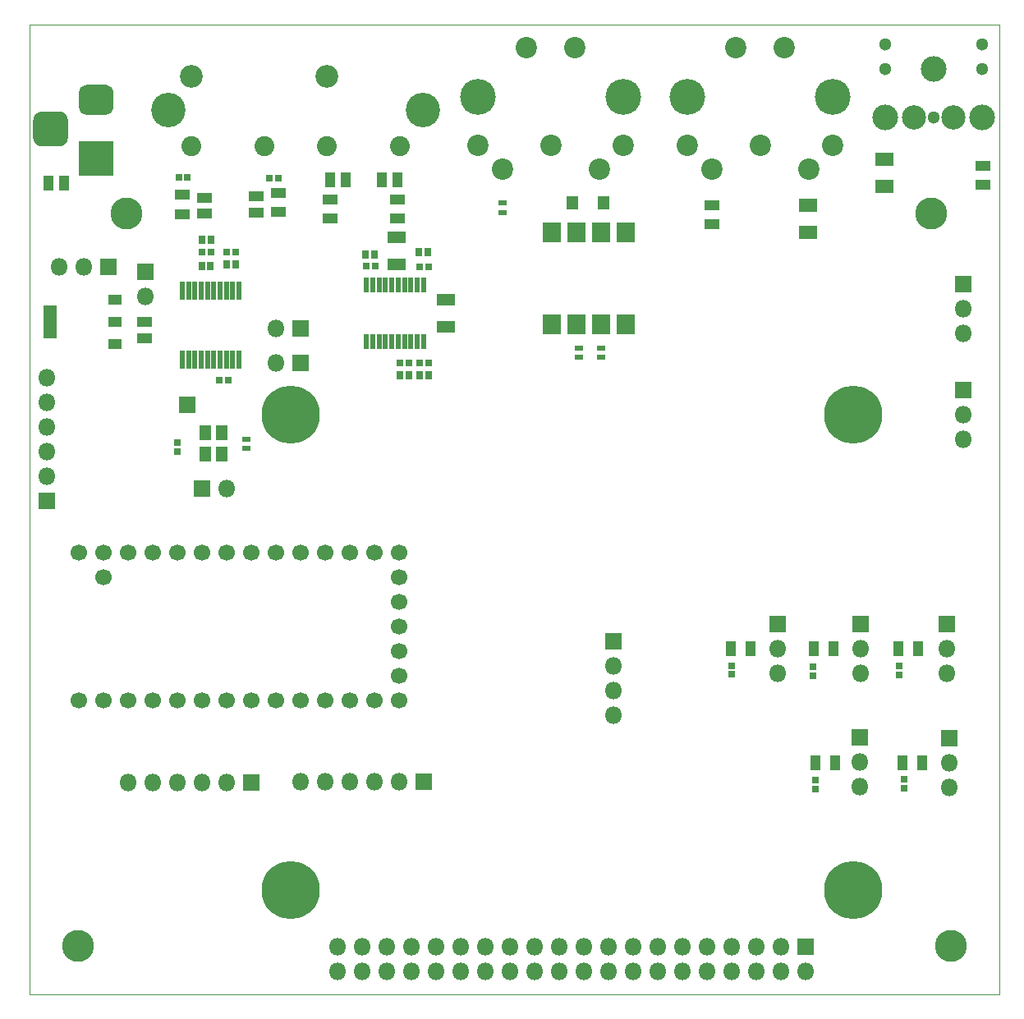
<source format=gbr>
%TF.GenerationSoftware,KiCad,Pcbnew,(5.1.6)-1*%
%TF.CreationDate,2020-12-29T15:10:31+01:00*%
%TF.ProjectId,AudioBoard,41756469-6f42-46f6-9172-642e6b696361,rev?*%
%TF.SameCoordinates,Original*%
%TF.FileFunction,Soldermask,Top*%
%TF.FilePolarity,Negative*%
%FSLAX46Y46*%
G04 Gerber Fmt 4.6, Leading zero omitted, Abs format (unit mm)*
G04 Created by KiCad (PCBNEW (5.1.6)-1) date 2020-12-29 15:10:31*
%MOMM*%
%LPD*%
G01*
G04 APERTURE LIST*
%TA.AperFunction,Profile*%
%ADD10C,0.050000*%
%TD*%
%ADD11C,6.000000*%
%ADD12C,3.300000*%
%ADD13C,1.700000*%
%ADD14R,1.800000X1.800000*%
%ADD15O,1.800000X1.800000*%
%ADD16R,3.600000X3.600000*%
%ADD17R,1.650000X1.100000*%
%ADD18R,0.900000X0.600000*%
%ADD19R,1.100000X1.650000*%
%ADD20C,3.548200*%
%ADD21C,2.350000*%
%ADD22C,2.050000*%
%ADD23R,1.880000X2.100000*%
%ADD24C,3.685000*%
%ADD25C,2.200000*%
%ADD26R,0.550000X1.900000*%
%ADD27R,0.550000X1.575000*%
%ADD28R,1.400000X3.350000*%
%ADD29R,1.400000X1.050000*%
%ADD30R,1.220000X1.320000*%
%ADD31R,1.010000X1.490000*%
%ADD32R,1.920000X1.150000*%
%ADD33R,1.530000X1.040000*%
%ADD34R,1.040000X1.530000*%
%ADD35R,1.850000X1.350000*%
%ADD36R,0.790000X0.820000*%
%ADD37R,0.720000X0.740000*%
%ADD38R,0.700000X0.720000*%
%ADD39R,0.720000X0.700000*%
%ADD40R,0.740000X0.720000*%
%ADD41C,2.650000*%
%ADD42C,2.500000*%
%ADD43C,1.300000*%
%ADD44R,1.300000X1.500000*%
G04 APERTURE END LIST*
D10*
X50000000Y-150000000D02*
X50000000Y-50000000D01*
X50000000Y-50000000D02*
X150000000Y-50000000D01*
X150000000Y-150000000D02*
X50000000Y-150000000D01*
X150000000Y-50000000D02*
X150000000Y-150000000D01*
D11*
%TO.C,REF\u002A\u002A*%
X76962000Y-139192000D03*
X134962000Y-90192000D03*
X76962000Y-90192000D03*
X134962000Y-139192000D03*
%TD*%
D12*
%TO.C,REF\u002A\u002A*%
X143000000Y-69500000D03*
%TD*%
%TO.C,REF\u002A\u002A*%
X60000000Y-69500000D03*
%TD*%
%TO.C,REF\u002A\u002A*%
X145000000Y-145000000D03*
%TD*%
%TO.C,REF\u002A\u002A*%
X55000000Y-145000000D03*
%TD*%
D13*
%TO.C,U1*%
X55118000Y-119634000D03*
X57658000Y-119634000D03*
X60198000Y-119634000D03*
X62738000Y-119634000D03*
X65278000Y-119634000D03*
X67818000Y-119634000D03*
X70358000Y-119634000D03*
X72898000Y-119634000D03*
X75438000Y-119634000D03*
X77978000Y-119634000D03*
X80518000Y-119634000D03*
X83058000Y-119634000D03*
X85598000Y-119634000D03*
X57658000Y-106934000D03*
X55118000Y-104394000D03*
X57658000Y-104394000D03*
X60198000Y-104394000D03*
X62738000Y-104394000D03*
X65278000Y-104394000D03*
X67818000Y-104394000D03*
X70358000Y-104394000D03*
X72898000Y-104394000D03*
X75438000Y-104394000D03*
X77978000Y-104394000D03*
X80518000Y-104394000D03*
X83058000Y-104394000D03*
X85598000Y-104394000D03*
X88138000Y-119634000D03*
X88138000Y-117094000D03*
X88138000Y-114554000D03*
X88138000Y-104394000D03*
X88138000Y-106934000D03*
X88138000Y-109474000D03*
X88138000Y-112014000D03*
%TD*%
D14*
%TO.C,JP1*%
X58166000Y-74930000D03*
D15*
X55626000Y-74930000D03*
X53086000Y-74930000D03*
%TD*%
%TO.C,J5*%
G36*
G01*
X51296000Y-58954000D02*
X53096000Y-58954000D01*
G75*
G02*
X53996000Y-59854000I0J-900000D01*
G01*
X53996000Y-61654000D01*
G75*
G02*
X53096000Y-62554000I-900000J0D01*
G01*
X51296000Y-62554000D01*
G75*
G02*
X50396000Y-61654000I0J900000D01*
G01*
X50396000Y-59854000D01*
G75*
G02*
X51296000Y-58954000I900000J0D01*
G01*
G37*
G36*
G01*
X55871000Y-56204000D02*
X57921000Y-56204000D01*
G75*
G02*
X58696000Y-56979000I0J-775000D01*
G01*
X58696000Y-58529000D01*
G75*
G02*
X57921000Y-59304000I-775000J0D01*
G01*
X55871000Y-59304000D01*
G75*
G02*
X55096000Y-58529000I0J775000D01*
G01*
X55096000Y-56979000D01*
G75*
G02*
X55871000Y-56204000I775000J0D01*
G01*
G37*
D16*
X56896000Y-63754000D03*
%TD*%
D17*
%TO.C,R15*%
X81000000Y-68000000D03*
X81000000Y-70000000D03*
%TD*%
%TO.C,R14*%
X88000000Y-68000000D03*
X88000000Y-70000000D03*
%TD*%
%TO.C,R13*%
X75692000Y-69326000D03*
X75692000Y-67326000D03*
%TD*%
%TO.C,R12*%
X65762000Y-69529200D03*
X65762000Y-67529200D03*
%TD*%
D18*
%TO.C,R9*%
X106680000Y-83312000D03*
X106680000Y-84312000D03*
%TD*%
%TO.C,R8*%
X108966000Y-84320000D03*
X108966000Y-83320000D03*
%TD*%
%TO.C,R7*%
X98806000Y-69342000D03*
X98806000Y-68342000D03*
%TD*%
D19*
%TO.C,R5*%
X141637500Y-114300000D03*
X139637500Y-114300000D03*
%TD*%
%TO.C,R4*%
X142048500Y-126107200D03*
X140048500Y-126107200D03*
%TD*%
%TO.C,R3*%
X132904500Y-114300000D03*
X130904500Y-114300000D03*
%TD*%
%TO.C,R2*%
X133080000Y-126107200D03*
X131080000Y-126107200D03*
%TD*%
%TO.C,R1*%
X124365500Y-114300000D03*
X122365500Y-114300000D03*
%TD*%
D20*
%TO.C,J15*%
X90620000Y-58796000D03*
X64320000Y-58796000D03*
D21*
X66720000Y-55296000D03*
X80720000Y-55296000D03*
D22*
X66720000Y-62546000D03*
X74220000Y-62546000D03*
X80720000Y-62546000D03*
X88220000Y-62546000D03*
%TD*%
D23*
%TO.C,U2*%
X111506000Y-80904000D03*
X103886000Y-71374000D03*
X108966000Y-80904000D03*
X106426000Y-71374000D03*
X106426000Y-80904000D03*
X108966000Y-71374000D03*
X103886000Y-80904000D03*
X111506000Y-71374000D03*
%TD*%
D15*
%TO.C,JP4*%
X61976000Y-77978000D03*
D14*
X61976000Y-75438000D03*
%TD*%
D15*
%TO.C,JP3*%
X75438000Y-84836000D03*
D14*
X77978000Y-84836000D03*
%TD*%
D15*
%TO.C,JP2*%
X75438000Y-81280000D03*
D14*
X77978000Y-81280000D03*
%TD*%
D24*
%TO.C,J14*%
X132866000Y-57404000D03*
X117856000Y-57404000D03*
D25*
X127861000Y-52404000D03*
X122861000Y-52404000D03*
X130366000Y-64904000D03*
X120356000Y-64904000D03*
X132866000Y-62414000D03*
X125361000Y-62414000D03*
X117856000Y-62414000D03*
%TD*%
D24*
%TO.C,J13*%
X111276000Y-57404000D03*
X96266000Y-57404000D03*
D25*
X106271000Y-52404000D03*
X101271000Y-52404000D03*
X108776000Y-64904000D03*
X98766000Y-64904000D03*
X111276000Y-62414000D03*
X103771000Y-62414000D03*
X96266000Y-62414000D03*
%TD*%
D15*
%TO.C,J11*%
X144624000Y-116872000D03*
X144624000Y-114332000D03*
D14*
X144624000Y-111792000D03*
%TD*%
D15*
%TO.C,J10*%
X144892000Y-128622000D03*
X144892000Y-126082000D03*
D14*
X144892000Y-123542000D03*
%TD*%
D15*
%TO.C,J9*%
X135748000Y-116872000D03*
X135748000Y-114332000D03*
D14*
X135748000Y-111792000D03*
%TD*%
D15*
%TO.C,J8*%
X135636000Y-128524000D03*
X135636000Y-125984000D03*
D14*
X135636000Y-123444000D03*
%TD*%
D15*
%TO.C,J7*%
X127126000Y-116872000D03*
X127126000Y-114332000D03*
D14*
X127126000Y-111792000D03*
%TD*%
D15*
%TO.C,J6*%
X146304000Y-81788000D03*
X146304000Y-79248000D03*
D14*
X146304000Y-76708000D03*
%TD*%
D15*
%TO.C,J4*%
X146304000Y-92710000D03*
X146304000Y-90170000D03*
D14*
X146304000Y-87630000D03*
%TD*%
D15*
%TO.C,J3*%
X110236000Y-121158000D03*
X110236000Y-118618000D03*
X110236000Y-116078000D03*
D14*
X110236000Y-113538000D03*
%TD*%
D15*
%TO.C,J2*%
X77978000Y-128016000D03*
X80518000Y-128016000D03*
X83058000Y-128016000D03*
X85598000Y-128016000D03*
X88138000Y-128016000D03*
D14*
X90678000Y-128016000D03*
%TD*%
D15*
%TO.C,J1*%
X60198000Y-128168400D03*
X62738000Y-128168400D03*
X65278000Y-128168400D03*
X67818000Y-128168400D03*
X70358000Y-128168400D03*
D14*
X72898000Y-128168400D03*
%TD*%
D26*
%TO.C,IC3*%
X71615000Y-84525200D03*
X70965000Y-84525200D03*
X70315000Y-84525200D03*
X69665000Y-84525200D03*
X69015000Y-84525200D03*
X68365000Y-84525200D03*
X67715000Y-84525200D03*
X67065000Y-84525200D03*
X66415000Y-84525200D03*
X65765000Y-84525200D03*
X65765000Y-77425200D03*
X66415000Y-77425200D03*
X67065000Y-77425200D03*
X67715000Y-77425200D03*
X68365000Y-77425200D03*
X69015000Y-77425200D03*
X69665000Y-77425200D03*
X70315000Y-77425200D03*
X70965000Y-77425200D03*
X71615000Y-77425200D03*
%TD*%
D27*
%TO.C,IC2*%
X90631200Y-82668600D03*
X89981200Y-82668600D03*
X89331200Y-82668600D03*
X88681200Y-82668600D03*
X88031200Y-82668600D03*
X87381200Y-82668600D03*
X86731200Y-82668600D03*
X86081200Y-82668600D03*
X85431200Y-82668600D03*
X84781200Y-82668600D03*
X84781200Y-76792600D03*
X85431200Y-76792600D03*
X86081200Y-76792600D03*
X86731200Y-76792600D03*
X87381200Y-76792600D03*
X88031200Y-76792600D03*
X88681200Y-76792600D03*
X89331200Y-76792600D03*
X89981200Y-76792600D03*
X90631200Y-76792600D03*
%TD*%
D28*
%TO.C,IC1*%
X52174400Y-80670400D03*
D29*
X58874400Y-78380400D03*
X58874400Y-80670400D03*
X58874400Y-82960400D03*
%TD*%
D30*
%TO.C,D1*%
X109220000Y-68326000D03*
X106020000Y-68326000D03*
%TD*%
D31*
%TO.C,C29*%
X82640000Y-66000000D03*
X81000000Y-66000000D03*
%TD*%
%TO.C,C28*%
X86360000Y-66000000D03*
X88000000Y-66000000D03*
%TD*%
D32*
%TO.C,C23*%
X87884000Y-74676000D03*
X87884000Y-71896000D03*
%TD*%
%TO.C,C19*%
X92964000Y-81146000D03*
X92964000Y-78366000D03*
%TD*%
D33*
%TO.C,C16*%
X73406000Y-69342000D03*
X73406000Y-67702000D03*
%TD*%
%TO.C,C15*%
X68072000Y-67818000D03*
X68072000Y-69458000D03*
%TD*%
%TO.C,C2*%
X61874400Y-82310400D03*
X61874400Y-80670400D03*
%TD*%
D34*
%TO.C,C1*%
X51954000Y-66294000D03*
X53594000Y-66294000D03*
%TD*%
D17*
%TO.C,R10*%
X120396000Y-68580000D03*
X120396000Y-70580000D03*
%TD*%
D35*
%TO.C,R11*%
X130302000Y-71380000D03*
X130302000Y-68580000D03*
%TD*%
D36*
%TO.C,C3*%
X90266000Y-86106000D03*
X91186000Y-86106000D03*
%TD*%
%TO.C,C4*%
X89154000Y-86106000D03*
X88234000Y-86106000D03*
%TD*%
D37*
%TO.C,C5*%
X66326000Y-65780000D03*
X65406000Y-65780000D03*
%TD*%
%TO.C,C6*%
X75644000Y-65786000D03*
X74724000Y-65786000D03*
%TD*%
D38*
%TO.C,C7*%
X91138000Y-84836000D03*
X90218000Y-84836000D03*
%TD*%
%TO.C,C8*%
X89106000Y-84836000D03*
X88186000Y-84836000D03*
%TD*%
%TO.C,C9*%
X90266000Y-74930000D03*
X91186000Y-74930000D03*
%TD*%
%TO.C,C10*%
X70390000Y-73406000D03*
X71310000Y-73406000D03*
%TD*%
D36*
%TO.C,C11*%
X84678000Y-73660000D03*
X85598000Y-73660000D03*
%TD*%
%TO.C,C12*%
X70390000Y-74676000D03*
X71310000Y-74676000D03*
%TD*%
%TO.C,C13*%
X91090000Y-73406000D03*
X90170000Y-73406000D03*
%TD*%
D38*
%TO.C,C14*%
X85652000Y-74882000D03*
X84732000Y-74882000D03*
%TD*%
%TO.C,C17*%
X67818000Y-73406000D03*
X68738000Y-73406000D03*
%TD*%
D36*
%TO.C,C18*%
X68690000Y-74928000D03*
X67770000Y-74928000D03*
%TD*%
%TO.C,C20*%
X67818000Y-72136000D03*
X68738000Y-72136000D03*
%TD*%
D38*
%TO.C,C21*%
X70516000Y-86614000D03*
X69596000Y-86614000D03*
%TD*%
D39*
%TO.C,C22*%
X65278000Y-93980000D03*
X65278000Y-93060000D03*
%TD*%
D40*
%TO.C,C24*%
X122428000Y-116078000D03*
X122428000Y-116998000D03*
%TD*%
%TO.C,C25*%
X131064000Y-127858000D03*
X131064000Y-128778000D03*
%TD*%
%TO.C,C26*%
X130810000Y-116174000D03*
X130810000Y-117094000D03*
%TD*%
%TO.C,C27*%
X140208000Y-128730000D03*
X140208000Y-127810000D03*
%TD*%
%TO.C,C30*%
X139700000Y-117046000D03*
X139700000Y-116126000D03*
%TD*%
D41*
%TO.C,J16*%
X143256000Y-54538000D03*
X138256000Y-59538000D03*
X148256000Y-59538000D03*
D42*
X141256000Y-59538000D03*
X145256000Y-59538000D03*
D43*
X148256000Y-52038000D03*
X148256000Y-54538000D03*
X143256000Y-59538000D03*
X138256000Y-52038000D03*
X138256000Y-54538000D03*
%TD*%
D14*
%TO.C,JP5*%
X67818000Y-97790000D03*
D15*
X70358000Y-97790000D03*
%TD*%
D17*
%TO.C,R6*%
X148336000Y-66532000D03*
X148336000Y-64532000D03*
%TD*%
D35*
%TO.C,R16*%
X138176000Y-66678000D03*
X138176000Y-63878000D03*
%TD*%
D18*
%TO.C,R17*%
X72390000Y-93710000D03*
X72390000Y-92710000D03*
%TD*%
D44*
%TO.C,U3*%
X69876000Y-94234000D03*
X69876000Y-92034000D03*
X68176000Y-92034000D03*
X68176000Y-94234000D03*
%TD*%
D14*
%TO.C,J12*%
X130048000Y-145034000D03*
D15*
X130048000Y-147574000D03*
X127508000Y-145034000D03*
X127508000Y-147574000D03*
X124968000Y-145034000D03*
X124968000Y-147574000D03*
X122428000Y-145034000D03*
X122428000Y-147574000D03*
X119888000Y-145034000D03*
X119888000Y-147574000D03*
X117348000Y-145034000D03*
X117348000Y-147574000D03*
X114808000Y-145034000D03*
X114808000Y-147574000D03*
X112268000Y-145034000D03*
X112268000Y-147574000D03*
X109728000Y-145034000D03*
X109728000Y-147574000D03*
X107188000Y-145034000D03*
X107188000Y-147574000D03*
X104648000Y-145034000D03*
X104648000Y-147574000D03*
X102108000Y-145034000D03*
X102108000Y-147574000D03*
X99568000Y-145034000D03*
X99568000Y-147574000D03*
X97028000Y-145034000D03*
X97028000Y-147574000D03*
X94488000Y-145034000D03*
X94488000Y-147574000D03*
X91948000Y-145034000D03*
X91948000Y-147574000D03*
X89408000Y-145034000D03*
X89408000Y-147574000D03*
X86868000Y-145034000D03*
X86868000Y-147574000D03*
X84328000Y-145034000D03*
X84328000Y-147574000D03*
X81788000Y-145034000D03*
X81788000Y-147574000D03*
%TD*%
D14*
%TO.C,TP1*%
X66294000Y-89154000D03*
%TD*%
%TO.C,J17 I2S_IN*%
X51816000Y-99060000D03*
D15*
X51816000Y-96520000D03*
X51816000Y-93980000D03*
X51816000Y-91440000D03*
X51816000Y-88900000D03*
X51816000Y-86360000D03*
%TD*%
M02*

</source>
